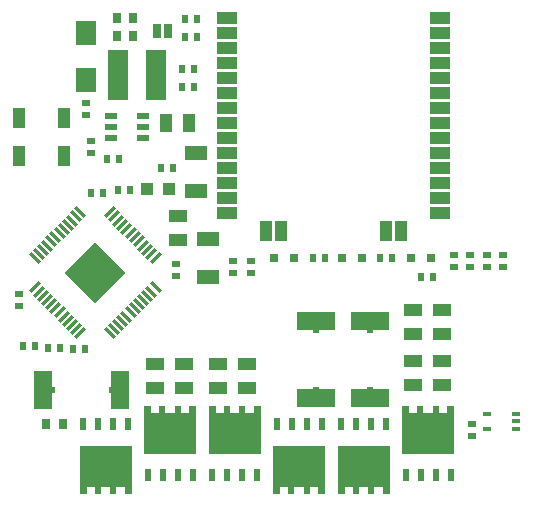
<source format=gtp>
G04 Layer: TopPasteMaskLayer*
G04 EasyEDA v6.5.39, 2024-01-10 12:04:11*
G04 8066753d26f04e3aa7ec2003dc8d02ef,7c1e8d740ba24e6f83eb2d53d3341807,10*
G04 Gerber Generator version 0.2*
G04 Scale: 100 percent, Rotated: No, Reflected: No *
G04 Dimensions in millimeters *
G04 leading zeros omitted , absolute positions ,4 integer and 5 decimal *
%FSLAX45Y45*%
%MOMM*%

%AMMACRO1*21,1,$1,$2,0,0,$3*%
%ADD10R,0.8000X0.5000*%
%ADD11R,0.8000X0.9000*%
%ADD12R,0.8000X0.8000*%
%ADD13R,3.3000X1.6000*%
%ADD14R,0.5000X0.5000*%
%ADD15R,1.6000X3.3000*%
%ADD16R,1.1000X0.6000*%
%ADD17R,0.8000X0.4000*%
%ADD18R,1.5500X1.0000*%
%ADD19R,1.8000X1.0008*%
%ADD20R,1.0008X1.8000*%
%ADD21R,1.8000X4.2000*%
%ADD22R,0.5000X0.8000*%
%ADD23R,1.8000X2.0000*%
%ADD24R,1.0000X1.5500*%
%ADD25R,1.9000X1.2000*%
%ADD26R,1.0000X1.1000*%
%ADD27MACRO1,0.254X1.143X-135.0000*%
%ADD28MACRO1,0.2541X1.143X-135.0405*%
%ADD29MACRO1,1.1428X0.254X-135.0090*%
%ADD30MACRO1,1.143X0.254X-135.0000*%
%ADD31MACRO1,1.143X0.2541X-135.0000*%
%ADD32MACRO1,1.143X0.2999X-135.0000*%
%ADD33MACRO1,3.6999X3.7X-135.0000*%
%ADD34R,1.0008X1.6993*%
%ADD35R,0.6350X1.2700*%
%ADD36R,0.0189X1.2700*%

%LPD*%
G36*
X1537004Y-1740306D02*
G01*
X1537004Y-1840280D01*
X1586992Y-1840280D01*
X1586992Y-1740306D01*
G37*
G36*
X1410004Y-1740306D02*
G01*
X1410004Y-1840280D01*
X1459992Y-1840280D01*
X1459992Y-1740306D01*
G37*
G36*
X1283004Y-1740306D02*
G01*
X1283004Y-1840280D01*
X1332992Y-1840280D01*
X1332992Y-1740306D01*
G37*
G36*
X1156004Y-1740306D02*
G01*
X1156004Y-1840280D01*
X1205992Y-1840280D01*
X1205992Y-1740306D01*
G37*
G36*
X1151483Y-1200302D02*
G01*
X1151483Y-1610309D01*
X1591513Y-1610309D01*
X1591513Y-1200302D01*
X1531518Y-1200302D01*
X1531518Y-1260297D01*
X1461516Y-1260297D01*
X1461516Y-1200302D01*
X1411478Y-1200302D01*
X1411478Y-1260297D01*
X1331518Y-1260297D01*
X1331518Y-1200302D01*
X1281480Y-1200302D01*
X1281480Y-1260297D01*
X1211478Y-1260297D01*
X1211478Y-1200302D01*
G37*
G36*
X609904Y-1309065D02*
G01*
X609904Y-1409090D01*
X659892Y-1409090D01*
X659892Y-1309065D01*
G37*
G36*
X736904Y-1309065D02*
G01*
X736904Y-1409090D01*
X786892Y-1409090D01*
X786892Y-1309065D01*
G37*
G36*
X863904Y-1309065D02*
G01*
X863904Y-1409090D01*
X913892Y-1409090D01*
X913892Y-1309065D01*
G37*
G36*
X990904Y-1309065D02*
G01*
X990904Y-1409090D01*
X1040892Y-1409090D01*
X1040892Y-1309065D01*
G37*
G36*
X605383Y-1539087D02*
G01*
X605383Y-1949094D01*
X665378Y-1949094D01*
X665378Y-1889099D01*
X735380Y-1889099D01*
X735380Y-1949094D01*
X785418Y-1949094D01*
X785418Y-1889099D01*
X865378Y-1889099D01*
X865378Y-1949094D01*
X915416Y-1949094D01*
X915416Y-1889099D01*
X985418Y-1889099D01*
X985418Y-1949094D01*
X1045413Y-1949094D01*
X1045413Y-1539087D01*
G37*
G36*
X-101295Y-1740306D02*
G01*
X-101295Y-1840280D01*
X-51308Y-1840280D01*
X-51308Y-1740306D01*
G37*
G36*
X-228295Y-1740306D02*
G01*
X-228295Y-1840280D01*
X-178308Y-1840280D01*
X-178308Y-1740306D01*
G37*
G36*
X-355295Y-1740306D02*
G01*
X-355295Y-1840280D01*
X-305308Y-1840280D01*
X-305308Y-1740306D01*
G37*
G36*
X-482295Y-1740306D02*
G01*
X-482295Y-1840280D01*
X-432308Y-1840280D01*
X-432308Y-1740306D01*
G37*
G36*
X-486816Y-1200302D02*
G01*
X-486816Y-1610309D01*
X-46786Y-1610309D01*
X-46786Y-1200302D01*
X-106781Y-1200302D01*
X-106781Y-1260297D01*
X-176784Y-1260297D01*
X-176784Y-1200302D01*
X-226821Y-1200302D01*
X-226821Y-1260297D01*
X-306781Y-1260297D01*
X-306781Y-1200302D01*
X-356819Y-1200302D01*
X-356819Y-1260297D01*
X-426821Y-1260297D01*
X-426821Y-1200302D01*
G37*
G36*
X63804Y-1309065D02*
G01*
X63804Y-1409090D01*
X113792Y-1409090D01*
X113792Y-1309065D01*
G37*
G36*
X190804Y-1309065D02*
G01*
X190804Y-1409090D01*
X240792Y-1409090D01*
X240792Y-1309065D01*
G37*
G36*
X317804Y-1309065D02*
G01*
X317804Y-1409090D01*
X367792Y-1409090D01*
X367792Y-1309065D01*
G37*
G36*
X444804Y-1309065D02*
G01*
X444804Y-1409090D01*
X494792Y-1409090D01*
X494792Y-1309065D01*
G37*
G36*
X59283Y-1539087D02*
G01*
X59283Y-1949094D01*
X119278Y-1949094D01*
X119278Y-1889099D01*
X189280Y-1889099D01*
X189280Y-1949094D01*
X239318Y-1949094D01*
X239318Y-1889099D01*
X319278Y-1889099D01*
X319278Y-1949094D01*
X369316Y-1949094D01*
X369316Y-1889099D01*
X439318Y-1889099D01*
X439318Y-1949094D01*
X499313Y-1949094D01*
X499313Y-1539087D01*
G37*
G36*
X-647395Y-1740306D02*
G01*
X-647395Y-1840280D01*
X-597408Y-1840280D01*
X-597408Y-1740306D01*
G37*
G36*
X-774395Y-1740306D02*
G01*
X-774395Y-1840280D01*
X-724408Y-1840280D01*
X-724408Y-1740306D01*
G37*
G36*
X-901395Y-1740306D02*
G01*
X-901395Y-1840280D01*
X-851408Y-1840280D01*
X-851408Y-1740306D01*
G37*
G36*
X-1028395Y-1740306D02*
G01*
X-1028395Y-1840280D01*
X-978408Y-1840280D01*
X-978408Y-1740306D01*
G37*
G36*
X-1032916Y-1200302D02*
G01*
X-1032916Y-1610309D01*
X-592886Y-1610309D01*
X-592886Y-1200302D01*
X-652881Y-1200302D01*
X-652881Y-1260297D01*
X-722884Y-1260297D01*
X-722884Y-1200302D01*
X-772922Y-1200302D01*
X-772922Y-1260297D01*
X-852881Y-1260297D01*
X-852881Y-1200302D01*
X-902919Y-1200302D01*
X-902919Y-1260297D01*
X-972921Y-1260297D01*
X-972921Y-1200302D01*
G37*
G36*
X-1574495Y-1309065D02*
G01*
X-1574495Y-1409090D01*
X-1524508Y-1409090D01*
X-1524508Y-1309065D01*
G37*
G36*
X-1447495Y-1309065D02*
G01*
X-1447495Y-1409090D01*
X-1397508Y-1409090D01*
X-1397508Y-1309065D01*
G37*
G36*
X-1320495Y-1309065D02*
G01*
X-1320495Y-1409090D01*
X-1270508Y-1409090D01*
X-1270508Y-1309065D01*
G37*
G36*
X-1193495Y-1309065D02*
G01*
X-1193495Y-1409090D01*
X-1143508Y-1409090D01*
X-1143508Y-1309065D01*
G37*
G36*
X-1579016Y-1539087D02*
G01*
X-1579016Y-1949094D01*
X-1519021Y-1949094D01*
X-1519021Y-1889099D01*
X-1449019Y-1889099D01*
X-1449019Y-1949094D01*
X-1398981Y-1949094D01*
X-1398981Y-1889099D01*
X-1319022Y-1889099D01*
X-1319022Y-1949094D01*
X-1268984Y-1949094D01*
X-1268984Y-1889099D01*
X-1198981Y-1889099D01*
X-1198981Y-1949094D01*
X-1138986Y-1949094D01*
X-1138986Y-1539087D01*
G37*
D10*
G01*
X2006600Y-24587D03*
G01*
X2006600Y75412D03*
G01*
X1739900Y-1359712D03*
G01*
X1739900Y-1459712D03*
D11*
G01*
X-1860600Y-1358900D03*
G01*
X-1720621Y-1358900D03*
D12*
G01*
X67310Y50800D03*
G01*
X237489Y50800D03*
G01*
X1393189Y50800D03*
G01*
X1223010Y50800D03*
G01*
X638810Y50800D03*
G01*
X808989Y50800D03*
D13*
G01*
X876198Y-487806D03*
G01*
X876198Y-1137818D03*
D14*
G01*
X876198Y-1066800D03*
G01*
X876198Y-558800D03*
D13*
G01*
X418998Y-487806D03*
G01*
X418998Y-1137818D03*
D14*
G01*
X418998Y-1066800D03*
G01*
X418998Y-558800D03*
D15*
G01*
X-1887220Y-1066800D03*
G01*
X-1237208Y-1066800D03*
D14*
G01*
X-1308201Y-1066800D03*
G01*
X-1816201Y-1066800D03*
D16*
G01*
X-1316075Y1060678D03*
G01*
X-1316075Y1155674D03*
G01*
X-1316075Y1250670D03*
G01*
X-1046073Y1250670D03*
G01*
X-1046073Y1155674D03*
G01*
X-1046073Y1060678D03*
D17*
G01*
X1873910Y-1398498D03*
G01*
X1873910Y-1268501D03*
G01*
X2113889Y-1268501D03*
G01*
X2113889Y-1333500D03*
G01*
X2113889Y-1398498D03*
D11*
G01*
X-1263802Y1930400D03*
G01*
X-1123797Y1930400D03*
G01*
X-1263700Y2082800D03*
G01*
X-1123721Y2082800D03*
D18*
G01*
X1244523Y-395300D03*
G01*
X1244523Y-595299D03*
G01*
X1485823Y-395300D03*
G01*
X1485823Y-595299D03*
D10*
G01*
X1727200Y-24612D03*
G01*
X1727200Y75387D03*
D18*
G01*
X-749300Y404799D03*
G01*
X-749300Y204800D03*
D19*
G01*
X-328498Y1700529D03*
G01*
X-328498Y1573529D03*
G01*
X-328498Y1446529D03*
G01*
X-328498Y1319529D03*
G01*
X-328498Y1192529D03*
G01*
X-328498Y1065529D03*
G01*
X-328498Y938529D03*
G01*
X-328498Y811529D03*
D20*
G01*
X1145539Y278409D03*
D19*
G01*
X1471498Y430529D03*
G01*
X1471498Y557529D03*
G01*
X1471498Y684529D03*
G01*
X1471498Y811529D03*
G01*
X1471498Y938529D03*
G01*
X1471498Y1065529D03*
G01*
X1471498Y1192529D03*
G01*
X-328498Y684529D03*
G01*
X-328498Y557529D03*
G01*
X-328498Y430529D03*
D20*
G01*
X2539Y278409D03*
G01*
X129539Y278409D03*
D19*
G01*
X-328498Y1827529D03*
G01*
X-328498Y1954529D03*
G01*
X-328498Y2081529D03*
D20*
G01*
X1018539Y278409D03*
D19*
G01*
X1471498Y1319529D03*
G01*
X1471498Y1446529D03*
G01*
X1471498Y1573529D03*
G01*
X1471498Y1700529D03*
G01*
X1471498Y1827529D03*
G01*
X1471498Y1954529D03*
G01*
X1471498Y2081529D03*
D10*
G01*
X1587500Y-24612D03*
G01*
X1587500Y75387D03*
G01*
X-127000Y-75387D03*
G01*
X-127000Y24612D03*
D21*
G01*
X-1252194Y1600200D03*
G01*
X-932205Y1600200D03*
D18*
G01*
X-698576Y-852500D03*
G01*
X-698576Y-1052499D03*
D10*
G01*
X-1524000Y1358087D03*
G01*
X-1524000Y1258087D03*
D22*
G01*
X-1245387Y889000D03*
G01*
X-1345387Y889000D03*
D10*
G01*
X-1485900Y940587D03*
G01*
X-1485900Y1040587D03*
D23*
G01*
X-1524000Y1952599D03*
G01*
X-1524000Y1552600D03*
D22*
G01*
X-610387Y1651000D03*
G01*
X-710387Y1651000D03*
D10*
G01*
X1866900Y75412D03*
G01*
X1866900Y-24587D03*
D22*
G01*
X1408912Y-114300D03*
G01*
X1308912Y-114300D03*
D10*
G01*
X-279400Y24612D03*
G01*
X-279400Y-75387D03*
D18*
G01*
X1244600Y-827100D03*
G01*
X1244600Y-1027099D03*
G01*
X-165100Y-852500D03*
G01*
X-165100Y-1052499D03*
G01*
X1485900Y-827100D03*
G01*
X1485900Y-1027099D03*
D24*
G01*
X-649300Y1193800D03*
G01*
X-849299Y1193800D03*
D25*
G01*
X-596900Y614705D03*
G01*
X-596900Y934720D03*
D22*
G01*
X-684987Y2070100D03*
G01*
X-584987Y2070100D03*
D10*
G01*
X-2095525Y-354787D03*
G01*
X-2095525Y-254787D03*
D22*
G01*
X-610412Y1498600D03*
G01*
X-710412Y1498600D03*
G01*
X-684987Y1917700D03*
G01*
X-584987Y1917700D03*
D18*
G01*
X-406476Y-852500D03*
G01*
X-406476Y-1052499D03*
D25*
G01*
X-495300Y210794D03*
G01*
X-495300Y-109220D03*
D22*
G01*
X-1637537Y-723900D03*
G01*
X-1537538Y-723900D03*
G01*
X-1745056Y-711200D03*
G01*
X-1845055Y-711200D03*
G01*
X-1956612Y-698500D03*
G01*
X-2056612Y-698500D03*
D10*
G01*
X-762000Y-812D03*
G01*
X-762000Y-100812D03*
D22*
G01*
X-1485087Y596900D03*
G01*
X-1385087Y596900D03*
G01*
X-1156512Y622300D03*
G01*
X-1256512Y622300D03*
G01*
X-888212Y812800D03*
G01*
X-788212Y812800D03*
D26*
G01*
X-1004392Y635000D03*
G01*
X-824382Y635000D03*
D22*
G01*
X394487Y50800D03*
G01*
X494487Y50800D03*
D27*
G01*
X-1571536Y436460D03*
G01*
X-1606892Y401104D03*
D28*
G01*
X-1642236Y365747D03*
G01*
X-1677593Y330390D03*
D27*
G01*
X-1712937Y295033D03*
G01*
X-1748294Y259676D03*
G01*
X-1783651Y224320D03*
G01*
X-1819008Y188963D03*
G01*
X-1854365Y153606D03*
G01*
X-1889721Y118249D03*
G01*
X-1925078Y82892D03*
G01*
X-1960435Y47536D03*
D29*
G01*
X-1960435Y-199948D03*
D30*
G01*
X-1925078Y-235292D03*
G01*
X-1889721Y-270649D03*
G01*
X-1854365Y-306006D03*
G01*
X-1819008Y-341363D03*
G01*
X-1783651Y-376720D03*
G01*
X-1748294Y-412076D03*
G01*
X-1712937Y-447433D03*
D31*
G01*
X-1677593Y-482790D03*
G01*
X-1642236Y-518147D03*
D30*
G01*
X-1606892Y-553504D03*
D31*
G01*
X-1571523Y-588860D03*
D27*
G01*
X-1324038Y-588860D03*
G01*
X-1288681Y-553504D03*
G01*
X-1253324Y-518147D03*
G01*
X-1217968Y-482790D03*
G01*
X-1182611Y-447433D03*
G01*
X-1147254Y-412076D03*
G01*
X-1111897Y-376720D03*
G01*
X-1076540Y-341363D03*
D28*
G01*
X-1041196Y-306006D03*
G01*
X-1005840Y-270649D03*
D27*
G01*
X-970495Y-235292D03*
G01*
X-935139Y-199936D03*
D32*
G01*
X-935139Y47536D03*
D30*
G01*
X-970495Y82892D03*
D31*
G01*
X-1005840Y118249D03*
G01*
X-1041196Y153606D03*
D30*
G01*
X-1076540Y188963D03*
G01*
X-1111897Y224320D03*
G01*
X-1147254Y259676D03*
G01*
X-1182611Y295033D03*
G01*
X-1217968Y330390D03*
G01*
X-1253324Y365747D03*
G01*
X-1288681Y401104D03*
D31*
G01*
X-1324038Y436448D03*
D33*
G01*
X-1447787Y-76200D03*
D18*
G01*
X-939800Y-852500D03*
G01*
X-939800Y-1052499D03*
D34*
G01*
X-2095500Y1231900D03*
G01*
X-1714500Y1231900D03*
G01*
X-2095500Y914400D03*
G01*
X-1714500Y914400D03*
D22*
G01*
X1066012Y50800D03*
G01*
X966012Y50800D03*
D35*
G01*
X-922020Y1968500D03*
G01*
X-830579Y1968500D03*
M02*

</source>
